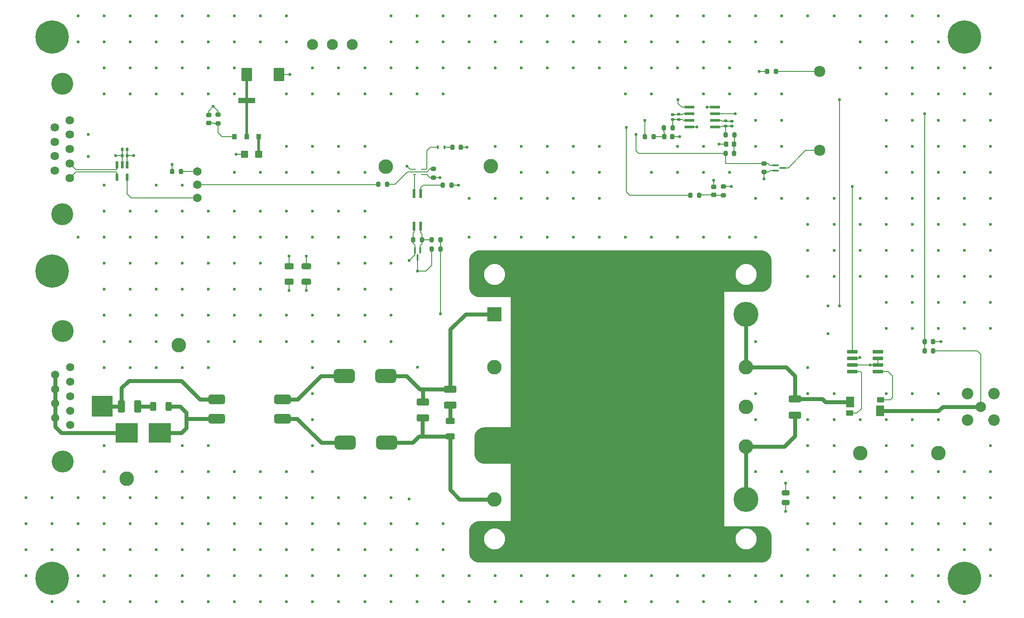
<source format=gbr>
%TF.GenerationSoftware,KiCad,Pcbnew,9.0.3*%
%TF.CreationDate,2025-09-16T13:25:34-04:00*%
%TF.ProjectId,CAEN_NEVIS_DAQ_3p3V,4341454e-5f4e-4455-9649-535f4441515f,rev?*%
%TF.SameCoordinates,Original*%
%TF.FileFunction,Copper,L1,Top*%
%TF.FilePolarity,Positive*%
%FSLAX46Y46*%
G04 Gerber Fmt 4.6, Leading zero omitted, Abs format (unit mm)*
G04 Created by KiCad (PCBNEW 9.0.3) date 2025-09-16 13:25:34*
%MOMM*%
%LPD*%
G01*
G04 APERTURE LIST*
G04 Aperture macros list*
%AMRoundRect*
0 Rectangle with rounded corners*
0 $1 Rounding radius*
0 $2 $3 $4 $5 $6 $7 $8 $9 X,Y pos of 4 corners*
0 Add a 4 corners polygon primitive as box body*
4,1,4,$2,$3,$4,$5,$6,$7,$8,$9,$2,$3,0*
0 Add four circle primitives for the rounded corners*
1,1,$1+$1,$2,$3*
1,1,$1+$1,$4,$5*
1,1,$1+$1,$6,$7*
1,1,$1+$1,$8,$9*
0 Add four rect primitives between the rounded corners*
20,1,$1+$1,$2,$3,$4,$5,0*
20,1,$1+$1,$4,$5,$6,$7,0*
20,1,$1+$1,$6,$7,$8,$9,0*
20,1,$1+$1,$8,$9,$2,$3,0*%
G04 Aperture macros list end*
%TA.AperFunction,SMDPad,CuDef*%
%ADD10R,0.444500X0.711200*%
%TD*%
%TA.AperFunction,SMDPad,CuDef*%
%ADD11RoundRect,0.250000X-0.925000X0.412500X-0.925000X-0.412500X0.925000X-0.412500X0.925000X0.412500X0*%
%TD*%
%TA.AperFunction,SMDPad,CuDef*%
%ADD12RoundRect,0.140000X0.140000X0.170000X-0.140000X0.170000X-0.140000X-0.170000X0.140000X-0.170000X0*%
%TD*%
%TA.AperFunction,SMDPad,CuDef*%
%ADD13RoundRect,0.225000X-0.250000X0.225000X-0.250000X-0.225000X0.250000X-0.225000X0.250000X0.225000X0*%
%TD*%
%TA.AperFunction,SMDPad,CuDef*%
%ADD14RoundRect,0.200000X0.200000X0.275000X-0.200000X0.275000X-0.200000X-0.275000X0.200000X-0.275000X0*%
%TD*%
%TA.AperFunction,SMDPad,CuDef*%
%ADD15RoundRect,0.140000X-0.170000X0.140000X-0.170000X-0.140000X0.170000X-0.140000X0.170000X0.140000X0*%
%TD*%
%TA.AperFunction,SMDPad,CuDef*%
%ADD16RoundRect,0.135000X-0.185000X0.135000X-0.185000X-0.135000X0.185000X-0.135000X0.185000X0.135000X0*%
%TD*%
%TA.AperFunction,SMDPad,CuDef*%
%ADD17RoundRect,0.250000X0.475000X-0.250000X0.475000X0.250000X-0.475000X0.250000X-0.475000X-0.250000X0*%
%TD*%
%TA.AperFunction,SMDPad,CuDef*%
%ADD18RoundRect,0.200000X-0.200000X-0.275000X0.200000X-0.275000X0.200000X0.275000X-0.200000X0.275000X0*%
%TD*%
%TA.AperFunction,SMDPad,CuDef*%
%ADD19RoundRect,0.200000X0.275000X-0.200000X0.275000X0.200000X-0.275000X0.200000X-0.275000X-0.200000X0*%
%TD*%
%TA.AperFunction,ComponentPad*%
%ADD20C,2.006600*%
%TD*%
%TA.AperFunction,ComponentPad*%
%ADD21C,2.209800*%
%TD*%
%TA.AperFunction,SMDPad,CuDef*%
%ADD22R,4.241800X3.810000*%
%TD*%
%TA.AperFunction,SMDPad,CuDef*%
%ADD23RoundRect,0.250000X-0.787500X-1.025000X0.787500X-1.025000X0.787500X1.025000X-0.787500X1.025000X0*%
%TD*%
%TA.AperFunction,ComponentPad*%
%ADD24C,6.400000*%
%TD*%
%TA.AperFunction,SMDPad,CuDef*%
%ADD25RoundRect,0.225000X-0.225000X-0.250000X0.225000X-0.250000X0.225000X0.250000X-0.225000X0.250000X0*%
%TD*%
%TA.AperFunction,ComponentPad*%
%ADD26C,2.100000*%
%TD*%
%TA.AperFunction,ComponentPad*%
%ADD27C,1.635000*%
%TD*%
%TA.AperFunction,ComponentPad*%
%ADD28C,4.216000*%
%TD*%
%TA.AperFunction,SMDPad,CuDef*%
%ADD29R,0.350800X1.161200*%
%TD*%
%TA.AperFunction,SMDPad,CuDef*%
%ADD30R,0.889000X1.016000*%
%TD*%
%TA.AperFunction,SMDPad,CuDef*%
%ADD31R,3.200000X1.000000*%
%TD*%
%TA.AperFunction,ComponentPad*%
%ADD32C,2.800000*%
%TD*%
%TA.AperFunction,SMDPad,CuDef*%
%ADD33RoundRect,0.250000X0.625000X-0.312500X0.625000X0.312500X-0.625000X0.312500X-0.625000X-0.312500X0*%
%TD*%
%TA.AperFunction,ComponentPad*%
%ADD34C,1.650000*%
%TD*%
%TA.AperFunction,SMDPad,CuDef*%
%ADD35R,0.558800X1.651000*%
%TD*%
%TA.AperFunction,ComponentPad*%
%ADD36C,2.159000*%
%TD*%
%TA.AperFunction,SMDPad,CuDef*%
%ADD37RoundRect,0.225000X0.225000X0.250000X-0.225000X0.250000X-0.225000X-0.250000X0.225000X-0.250000X0*%
%TD*%
%TA.AperFunction,SMDPad,CuDef*%
%ADD38RoundRect,0.250000X0.450000X0.425000X-0.450000X0.425000X-0.450000X-0.425000X0.450000X-0.425000X0*%
%TD*%
%TA.AperFunction,SMDPad,CuDef*%
%ADD39RoundRect,0.250000X-0.625000X0.312500X-0.625000X-0.312500X0.625000X-0.312500X0.625000X0.312500X0*%
%TD*%
%TA.AperFunction,ComponentPad*%
%ADD40C,1.560000*%
%TD*%
%TA.AperFunction,SMDPad,CuDef*%
%ADD41RoundRect,0.250000X0.412500X0.925000X-0.412500X0.925000X-0.412500X-0.925000X0.412500X-0.925000X0*%
%TD*%
%TA.AperFunction,SMDPad,CuDef*%
%ADD42RoundRect,0.200000X-0.275000X0.200000X-0.275000X-0.200000X0.275000X-0.200000X0.275000X0.200000X0*%
%TD*%
%TA.AperFunction,SMDPad,CuDef*%
%ADD43RoundRect,0.675000X-1.325000X0.675000X-1.325000X-0.675000X1.325000X-0.675000X1.325000X0.675000X0*%
%TD*%
%TA.AperFunction,SMDPad,CuDef*%
%ADD44R,1.161200X0.350800*%
%TD*%
%TA.AperFunction,SMDPad,CuDef*%
%ADD45R,0.558800X1.473200*%
%TD*%
%TA.AperFunction,SMDPad,CuDef*%
%ADD46RoundRect,0.075000X0.910000X0.225000X-0.910000X0.225000X-0.910000X-0.225000X0.910000X-0.225000X0*%
%TD*%
%TA.AperFunction,SMDPad,CuDef*%
%ADD47R,1.390000X1.140000*%
%TD*%
%TA.AperFunction,SMDPad,CuDef*%
%ADD48R,1.650000X2.010000*%
%TD*%
%TA.AperFunction,SMDPad,CuDef*%
%ADD49RoundRect,0.250000X-0.312500X-0.625000X0.312500X-0.625000X0.312500X0.625000X-0.312500X0.625000X0*%
%TD*%
%TA.AperFunction,SMDPad,CuDef*%
%ADD50RoundRect,0.475000X1.125000X-0.475000X1.125000X0.475000X-1.125000X0.475000X-1.125000X-0.475000X0*%
%TD*%
%TA.AperFunction,ComponentPad*%
%ADD51R,2.800000X2.800000*%
%TD*%
%TA.AperFunction,ComponentPad*%
%ADD52C,4.800000*%
%TD*%
%TA.AperFunction,SMDPad,CuDef*%
%ADD53R,0.533400X0.254000*%
%TD*%
%TA.AperFunction,SMDPad,CuDef*%
%ADD54RoundRect,0.250000X-0.650000X0.325000X-0.650000X-0.325000X0.650000X-0.325000X0.650000X0.325000X0*%
%TD*%
%TA.AperFunction,SMDPad,CuDef*%
%ADD55R,1.981200X0.558800*%
%TD*%
%TA.AperFunction,ViaPad*%
%ADD56C,0.600000*%
%TD*%
%TA.AperFunction,ViaPad*%
%ADD57C,1.000000*%
%TD*%
%TA.AperFunction,Conductor*%
%ADD58C,0.200000*%
%TD*%
%TA.AperFunction,Conductor*%
%ADD59C,0.800000*%
%TD*%
%TA.AperFunction,Conductor*%
%ADD60C,0.500000*%
%TD*%
G04 APERTURE END LIST*
D10*
%TO.P,LED1,1*%
%TO.N,Net-(M2B-2D)*%
X128986350Y-50235000D03*
%TO.P,LED1,2*%
%TO.N,Net-(LED1-Pad2)*%
X130243650Y-50235000D03*
%TD*%
D11*
%TO.P,C1,1*%
%TO.N,/Main_Converter/p12V*%
X131400000Y-96687500D03*
%TO.P,C1,2*%
%TO.N,Net-(C1-Pad2)*%
X131400000Y-99762500D03*
%TD*%
D12*
%TO.P,C23,1*%
%TO.N,/Telemetry_CKT/V_3p3*%
X69400000Y-51800000D03*
%TO.P,C23,2*%
%TO.N,/V_TELEM_RTN*%
X68440000Y-51800000D03*
%TD*%
D13*
%TO.P,C15,1*%
%TO.N,/V_TELEM_RTN*%
X181910000Y-57815000D03*
%TO.P,C15,2*%
%TO.N,Net-(C15-Pad2)*%
X181910000Y-59365000D03*
%TD*%
%TO.P,C16,1*%
%TO.N,/V_TELEM_RTN*%
X85045000Y-44013750D03*
%TO.P,C16,2*%
%TO.N,Net-(U2-SET)*%
X85045000Y-45563750D03*
%TD*%
D14*
%TO.P,R14,1*%
%TO.N,Net-(P1-Pad1)*%
X193835000Y-35650000D03*
%TO.P,R14,2*%
%TO.N,/V_TELEM*%
X192185000Y-35650000D03*
%TD*%
%TO.P,R12,1*%
%TO.N,Net-(C15-Pad2)*%
X179115000Y-59405000D03*
%TO.P,R12,2*%
%TO.N,/Curr_Mon*%
X177465000Y-59405000D03*
%TD*%
D15*
%TO.P,C18,1*%
%TO.N,Net-(U4A--INA)*%
X185380000Y-45180000D03*
%TO.P,C18,2*%
%TO.N,Net-(U4A-A_OUT)*%
X185380000Y-46140000D03*
%TD*%
D16*
%TO.P,R21,1*%
%TO.N,Net-(U4B--INB)*%
X175230000Y-43870000D03*
%TO.P,R21,2*%
%TO.N,Net-(U4B-B_OUT)*%
X175230000Y-44890000D03*
%TD*%
D17*
%TO.P,C11,1*%
%TO.N,GNDPWR*%
X195750000Y-118450000D03*
%TO.P,C11,2*%
%TO.N,/V_3p3_RTN*%
X195750000Y-116550000D03*
%TD*%
D18*
%TO.P,R16,1*%
%TO.N,Net-(U4A-A_OUT)*%
X184235000Y-47810000D03*
%TO.P,R16,2*%
%TO.N,Net-(C19-Pad2)*%
X185885000Y-47810000D03*
%TD*%
D19*
%TO.P,R20,1*%
%TO.N,/V_TELEM_RTN*%
X191550000Y-54985000D03*
%TO.P,R20,2*%
%TO.N,/Volt_Mon*%
X191550000Y-53335000D03*
%TD*%
D20*
%TO.P,J3,1,SIGNAL*%
%TO.N,/V_3p3_Supply*%
X233167999Y-100035000D03*
D21*
%TO.P,J3,2,GND*%
%TO.N,/V_3p3_RTN*%
X235707999Y-97495000D03*
%TO.P,J3,3,GND*%
X230627999Y-97495000D03*
%TO.P,J3,4,GND*%
X230627999Y-102575000D03*
%TO.P,J3,5,GND*%
X235707999Y-102575000D03*
%TD*%
D22*
%TO.P,F1,1*%
%TO.N,/V_SEC_IN*%
X69332300Y-105045000D03*
%TO.P,F1,2*%
%TO.N,Net-(F1-Pad2)*%
X75707700Y-105045000D03*
%TD*%
D23*
%TO.P,C14,1*%
%TO.N,/Telemetry_CKT/V_3p3*%
X92317500Y-36243750D03*
%TO.P,C14,2*%
%TO.N,/V_TELEM_RTN*%
X98542500Y-36243750D03*
%TD*%
D24*
%TO.P,H4,1,1*%
%TO.N,GNDPWR*%
X230000000Y-133000000D03*
%TD*%
D25*
%TO.P,C19,1*%
%TO.N,/V_TELEM_RTN*%
X184295000Y-49590000D03*
%TO.P,C19,2*%
%TO.N,Net-(C19-Pad2)*%
X185845000Y-49590000D03*
%TD*%
D26*
%TO.P,J1,1*%
%TO.N,/V_TELEM*%
X112570000Y-30510000D03*
%TO.P,J1,2*%
%TO.N,/V_TELEM_RTN*%
X108760000Y-30510000D03*
%TO.P,J1,3*%
%TO.N,/V_TELEM*%
X104950000Y-30510000D03*
%TD*%
D27*
%TO.P,J4,1*%
%TO.N,/EN+*%
X58400000Y-56090000D03*
%TO.P,J4,2*%
%TO.N,/EN-*%
X58400000Y-53320000D03*
%TO.P,J4,3*%
%TO.N,unconnected-(J4-Pad3)*%
X58400000Y-50550000D03*
%TO.P,J4,4*%
%TO.N,/V_TELEM_RTN*%
X58400000Y-47780000D03*
%TO.P,J4,5*%
%TO.N,/TEMP_Mon*%
X58400000Y-45010000D03*
%TO.P,J4,6*%
%TO.N,/V_TELEM_RTN*%
X55560000Y-54705000D03*
%TO.P,J4,7*%
%TO.N,/Volt_Mon*%
X55560000Y-51935000D03*
%TO.P,J4,8*%
%TO.N,/V_TELEM_RTN*%
X55560000Y-49165000D03*
%TO.P,J4,9*%
%TO.N,/Curr_Mon*%
X55560000Y-46395000D03*
D28*
%TO.P,J4,S1*%
%TO.N,GNDPWR*%
X56980000Y-38050000D03*
%TO.P,J4,S2*%
X56980000Y-63050000D03*
%TD*%
D12*
%TO.P,C22,1*%
%TO.N,/Telemetry_CKT/V_3p3*%
X69410000Y-50660000D03*
%TO.P,C22,2*%
%TO.N,/V_TELEM_RTN*%
X68450000Y-50660000D03*
%TD*%
D24*
%TO.P,H3,1,1*%
%TO.N,GNDPWR*%
X230000000Y-29000000D03*
%TD*%
D29*
%TO.P,M1,1,1*%
%TO.N,Net-(M1-Pad1)*%
X125604999Y-70000000D03*
%TO.P,M1,2,2*%
%TO.N,/Main_Converter/p12V_rtn*%
X124605001Y-70000000D03*
%TO.P,M1,3,3*%
%TO.N,Net-(U1-ON{slash}OFF)*%
X125105000Y-71350000D03*
%TD*%
D30*
%TO.P,U2,1,SET*%
%TO.N,Net-(U2-SET)*%
X90008600Y-48196250D03*
%TO.P,U2,2,OUT*%
%TO.N,/Telemetry_CKT/V_3p3*%
X92320000Y-48196250D03*
%TO.P,U2,3,IN*%
%TO.N,/V_TELEM*%
X94631400Y-48196250D03*
D31*
%TO.P,U2,4,TAB*%
%TO.N,/Telemetry_CKT/V_3p3*%
X92320000Y-41203750D03*
%TD*%
D14*
%TO.P,R23,1*%
%TO.N,Net-(C21-Pad2)*%
X170395000Y-48180000D03*
%TO.P,R23,2*%
%TO.N,/TEMP_Mon*%
X168745000Y-48180000D03*
%TD*%
%TO.P,R25,1*%
%TO.N,Net-(J5-Pad3)*%
X79715000Y-54820000D03*
%TO.P,R25,2*%
%TO.N,/Telemetry_CKT/V_3p3*%
X78065000Y-54820000D03*
%TD*%
%TO.P,R17,1*%
%TO.N,Net-(C19-Pad2)*%
X185845000Y-51350000D03*
%TO.P,R17,2*%
%TO.N,/Volt_Mon*%
X184195000Y-51350000D03*
%TD*%
D32*
%TO.P,3.3V_RTN1,1,1*%
%TO.N,/V_3p3_RTN*%
X210000000Y-109000000D03*
%TD*%
D33*
%TO.P,R2,1*%
%TO.N,/Main_Converter/p12V_rtn*%
X131390000Y-105737500D03*
%TO.P,R2,2*%
%TO.N,Net-(C1-Pad2)*%
X131390000Y-102812500D03*
%TD*%
D24*
%TO.P,H1,1,1*%
%TO.N,GNDPWR*%
X55000000Y-29000000D03*
%TD*%
%TO.P,H2,1,1*%
%TO.N,GNDPWR*%
X55000000Y-133000000D03*
%TD*%
D34*
%TO.P,J5,1*%
%TO.N,Net-(U6-R)*%
X82850000Y-59910000D03*
%TO.P,J5,2*%
%TO.N,/EN_SIG*%
X82850000Y-57370000D03*
%TO.P,J5,3*%
%TO.N,Net-(J5-Pad3)*%
X82850000Y-54830000D03*
%TD*%
D35*
%TO.P,Q1,1,1*%
%TO.N,Net-(Q1-Pad1)*%
X125740000Y-59130800D03*
%TO.P,Q1,2,2*%
%TO.N,Net-(M2A-1D)*%
X124470000Y-59130800D03*
%TO.P,Q1,3,3*%
%TO.N,/Main_Converter/p12V_rtn*%
X124470000Y-65379200D03*
%TO.P,Q1,4,4*%
%TO.N,Net-(M1-Pad1)*%
X125740000Y-65379200D03*
%TD*%
D36*
%TO.P,P1,1,1*%
%TO.N,Net-(P1-Pad1)*%
X202250000Y-35660000D03*
%TD*%
D18*
%TO.P,R4,1*%
%TO.N,Net-(U1-ON{slash}OFF)*%
X127830000Y-69755000D03*
%TO.P,R4,2*%
%TO.N,/Main_Converter/p12V*%
X129480000Y-69755000D03*
%TD*%
D37*
%TO.P,C21,1*%
%TO.N,/V_TELEM_RTN*%
X173985000Y-48180000D03*
%TO.P,C21,2*%
%TO.N,Net-(C21-Pad2)*%
X172435000Y-48180000D03*
%TD*%
D38*
%TO.P,C13,1*%
%TO.N,/V_TELEM*%
X94625000Y-51528750D03*
%TO.P,C13,2*%
%TO.N,/V_TELEM_RTN*%
X91925000Y-51528750D03*
%TD*%
D39*
%TO.P,R26,1*%
%TO.N,/V_TELEM_RTN*%
X100500000Y-73075000D03*
%TO.P,R26,2*%
%TO.N,/V_SEC_RTN*%
X100500000Y-76000000D03*
%TD*%
D40*
%TO.P,J2,1*%
%TO.N,/V_SEC_RTN*%
X58480000Y-92490000D03*
%TO.P,J2,2*%
X58480000Y-95260000D03*
%TO.P,J2,3*%
%TO.N,unconnected-(J2-Pad3)*%
X58480000Y-98030000D03*
%TO.P,J2,4*%
%TO.N,/V_SEC_RTN*%
X58480000Y-100800000D03*
%TO.P,J2,5*%
X58480000Y-103570000D03*
%TO.P,J2,6*%
%TO.N,/V_SEC_IN*%
X55640000Y-93875000D03*
%TO.P,J2,7*%
X55640000Y-96645000D03*
%TO.P,J2,8*%
X55640000Y-99415000D03*
%TO.P,J2,9*%
X55640000Y-102185000D03*
D28*
%TO.P,J2,S1*%
%TO.N,GNDPWR*%
X57060000Y-85530000D03*
%TO.P,J2,S2*%
X57060000Y-110530000D03*
%TD*%
D32*
%TO.P,TELEM_PWR1,1,1*%
%TO.N,/V_TELEM*%
X139140000Y-53870000D03*
%TD*%
D15*
%TO.P,C20,1*%
%TO.N,Net-(U4B--INB)*%
X174050000Y-43900000D03*
%TO.P,C20,2*%
%TO.N,Net-(U4B-B_OUT)*%
X174050000Y-44860000D03*
%TD*%
D14*
%TO.P,R19,1*%
%TO.N,/V_TELEM_RTN*%
X224015000Y-87530000D03*
%TO.P,R19,2*%
%TO.N,Net-(U4A-+INA)*%
X222365000Y-87530000D03*
%TD*%
D36*
%TO.P,P2,1,1*%
%TO.N,Net-(M3-Pad3)*%
X202210000Y-50790000D03*
%TD*%
D41*
%TO.P,C5,1*%
%TO.N,Net-(C5-Pad1)*%
X71407500Y-99955000D03*
%TO.P,C5,2*%
%TO.N,/V_SEC_RTN*%
X68332500Y-99955000D03*
%TD*%
D14*
%TO.P,R7,1*%
%TO.N,Net-(M1-Pad1)*%
X125940000Y-67975000D03*
%TO.P,R7,2*%
%TO.N,/Main_Converter/p12V_rtn*%
X124290000Y-67975000D03*
%TD*%
D19*
%TO.P,R9,1*%
%TO.N,/V_TELEM_RTN*%
X128163000Y-56018000D03*
%TO.P,R9,2*%
%TO.N,Net-(M2A-1G)*%
X128163000Y-54368000D03*
%TD*%
D42*
%TO.P,R11,1*%
%TO.N,Net-(U3-OUT)*%
X183750000Y-57755000D03*
%TO.P,R11,2*%
%TO.N,Net-(C15-Pad2)*%
X183750000Y-59405000D03*
%TD*%
D43*
%TO.P,L1,1,1*%
%TO.N,Net-(L1-Pad1)*%
X111055000Y-94145000D03*
%TO.P,L1,2,2*%
%TO.N,/Main_Converter/p12V*%
X119055000Y-94145000D03*
%TD*%
D32*
%TO.P,3.3V1,1,1*%
%TO.N,/V_3p3_Supply*%
X225000000Y-109000000D03*
%TD*%
D14*
%TO.P,R22,1*%
%TO.N,Net-(U4B-B_OUT)*%
X174045000Y-46440000D03*
%TO.P,R22,2*%
%TO.N,Net-(C21-Pad2)*%
X172395000Y-46440000D03*
%TD*%
D43*
%TO.P,L3,1,1*%
%TO.N,Net-(L2-Pad2)*%
X111205000Y-106955000D03*
%TO.P,L3,2,2*%
%TO.N,/Main_Converter/p12V_rtn*%
X119205000Y-106955000D03*
%TD*%
D32*
%TO.P,Secondary_RTN1,1,1*%
%TO.N,/V_SEC_RTN*%
X79340000Y-88210000D03*
%TD*%
D44*
%TO.P,M3,1,1*%
%TO.N,/Volt_Mon*%
X193755000Y-53660001D03*
%TO.P,M3,2,2*%
%TO.N,/V_TELEM_RTN*%
X193755000Y-54659999D03*
%TO.P,M3,3,3*%
%TO.N,Net-(M3-Pad3)*%
X195105000Y-54160000D03*
%TD*%
D45*
%TO.P,U6,1,VCC*%
%TO.N,/Telemetry_CKT/V_3p3*%
X69395001Y-53556200D03*
%TO.P,U6,2,GND*%
%TO.N,/V_TELEM_RTN*%
X68445000Y-53556200D03*
%TO.P,U6,3,A*%
%TO.N,/EN-*%
X67494999Y-53556200D03*
%TO.P,U6,4,B*%
%TO.N,/EN+*%
X67494999Y-55943800D03*
%TO.P,U6,5,R*%
%TO.N,Net-(U6-R)*%
X69395001Y-55943800D03*
%TD*%
D46*
%TO.P,U3,1,-IN*%
%TO.N,Net-(U3--IN)*%
X213437500Y-93332500D03*
%TO.P,U3,2,GND*%
%TO.N,/V_TELEM_RTN*%
X213437500Y-92062500D03*
%TO.P,U3,3,REF2*%
X213437500Y-90792500D03*
%TO.P,U3,4,4*%
%TO.N,unconnected-(U3-Pad4)*%
X213437500Y-89522500D03*
%TO.P,U3,5,OUT*%
%TO.N,Net-(U3-OUT)*%
X208497500Y-89522500D03*
%TO.P,U3,6,V+*%
%TO.N,/Telemetry_CKT/V_3p3*%
X208497500Y-90792500D03*
%TO.P,U3,7,REF1*%
%TO.N,/V_TELEM_RTN*%
X208497500Y-92062500D03*
%TO.P,U3,8,+IN*%
%TO.N,Net-(U3-+IN)*%
X208497500Y-93332500D03*
%TD*%
D11*
%TO.P,C3,1*%
%TO.N,/V_3p3_*%
X197485000Y-98577500D03*
%TO.P,C3,2*%
%TO.N,/V_3p3_RTN*%
X197485000Y-101652500D03*
%TD*%
D14*
%TO.P,R5,1*%
%TO.N,/V_TELEM*%
X133430000Y-50235000D03*
%TO.P,R5,2*%
%TO.N,Net-(LED1-Pad2)*%
X131780000Y-50235000D03*
%TD*%
D32*
%TO.P,Secondary_PWR1,1,1*%
%TO.N,/V_SEC_IN*%
X69340000Y-113850000D03*
%TD*%
D47*
%TO.P,R10,E1*%
%TO.N,Net-(U3-+IN)*%
X207980000Y-101285000D03*
%TO.P,R10,E2*%
%TO.N,Net-(U3--IN)*%
X213950000Y-98745000D03*
D48*
%TO.P,R10,I1*%
%TO.N,/V_3p3_*%
X208110000Y-99180000D03*
%TO.P,R10,I2*%
%TO.N,/V_3p3_Supply*%
X213820000Y-100850000D03*
%TD*%
D32*
%TO.P,TELEM_RTN1,1,1*%
%TO.N,/V_TELEM_RTN*%
X119060000Y-53890000D03*
%TD*%
D18*
%TO.P,R8,1*%
%TO.N,/EN_SIG*%
X117585000Y-57330000D03*
%TO.P,R8,2*%
%TO.N,Net-(M2A-1G)*%
X119235000Y-57330000D03*
%TD*%
D49*
%TO.P,R1,1*%
%TO.N,Net-(C5-Pad1)*%
X74437500Y-99955000D03*
%TO.P,R1,2*%
%TO.N,Net-(F1-Pad2)*%
X77362500Y-99955000D03*
%TD*%
D11*
%TO.P,C2,1*%
%TO.N,/Main_Converter/p12V*%
X126110000Y-99120000D03*
%TO.P,C2,2*%
%TO.N,/Main_Converter/p12V_rtn*%
X126110000Y-102195000D03*
%TD*%
D14*
%TO.P,R3,1*%
%TO.N,/V_TELEM*%
X131620000Y-57505000D03*
%TO.P,R3,2*%
%TO.N,Net-(Q1-Pad1)*%
X129970000Y-57505000D03*
%TD*%
D50*
%TO.P,L2,1*%
%TO.N,Net-(L1-Pad1)*%
X99230000Y-98625000D03*
%TO.P,L2,2*%
%TO.N,Net-(L2-Pad2)*%
X99230000Y-102325000D03*
%TO.P,L2,3*%
%TO.N,Net-(F1-Pad2)*%
X86630000Y-102325000D03*
%TO.P,L2,4*%
%TO.N,/V_SEC_RTN*%
X86630000Y-98625000D03*
%TD*%
D51*
%TO.P,U1,1,+VIN*%
%TO.N,/Main_Converter/p12V*%
X139890000Y-82255000D03*
D32*
%TO.P,U1,2,ON/OFF*%
%TO.N,Net-(U1-ON{slash}OFF)*%
X139890000Y-92415000D03*
%TO.P,U1,3,CASE*%
%TO.N,GNDPWR*%
X139890000Y-107655000D03*
%TO.P,U1,4,-VIN*%
%TO.N,/Main_Converter/p12V_rtn*%
X139890000Y-117815000D03*
D52*
%TO.P,U1,5,-VO*%
%TO.N,/V_3p3_RTN*%
X188140000Y-117815000D03*
D32*
%TO.P,U1,6,-S*%
X188140000Y-107655000D03*
%TO.P,U1,7,TRIM*%
%TO.N,unconnected-(U1-TRIM-Pad7)*%
X188140000Y-100035000D03*
%TO.P,U1,8,+S*%
%TO.N,/V_3p3_*%
X188140000Y-92415000D03*
D52*
%TO.P,U1,9,+VO*%
X188140000Y-82255000D03*
%TD*%
D19*
%TO.P,R13,1*%
%TO.N,Net-(U2-SET)*%
X86805000Y-45613750D03*
%TO.P,R13,2*%
%TO.N,/V_TELEM_RTN*%
X86805000Y-43963750D03*
%TD*%
D53*
%TO.P,M2,1,1S*%
%TO.N,/V_TELEM_RTN*%
X126027000Y-55443000D03*
%TO.P,M2,2,1G*%
%TO.N,Net-(M2A-1G)*%
X126027000Y-54935000D03*
%TO.P,M2,3,2D*%
%TO.N,Net-(M2B-2D)*%
X126027000Y-54427000D03*
%TO.P,M2,4,2S*%
%TO.N,/V_TELEM_RTN*%
X124503000Y-54427000D03*
%TO.P,M2,5,2G*%
%TO.N,Net-(M2A-1G)*%
X124503000Y-54935000D03*
%TO.P,M2,6,1D*%
%TO.N,Net-(M2A-1D)*%
X124503000Y-55443000D03*
%TD*%
D24*
%TO.P,H5,1,1*%
%TO.N,GNDPWR*%
X55000000Y-74000000D03*
%TD*%
D54*
%TO.P,C24,1*%
%TO.N,/V_TELEM_RTN*%
X103820000Y-73082500D03*
%TO.P,C24,2*%
%TO.N,/V_SEC_RTN*%
X103820000Y-76032500D03*
%TD*%
D55*
%TO.P,U4,1,A_OUT*%
%TO.N,Net-(U4A-A_OUT)*%
X182183800Y-46285000D03*
%TO.P,U4,2,-INA*%
%TO.N,Net-(U4A--INA)*%
X182183800Y-45015000D03*
%TO.P,U4,3,+INA*%
%TO.N,Net-(U4A-+INA)*%
X182183800Y-43745000D03*
%TO.P,U4,4,VSS*%
%TO.N,/V_TELEM_RTN*%
X182183800Y-42475000D03*
%TO.P,U4,5,+INB*%
%TO.N,/Telemetry_CKT/TEMP*%
X177256200Y-42475000D03*
%TO.P,U4,6,-INB*%
%TO.N,Net-(U4B--INB)*%
X177256200Y-43745000D03*
%TO.P,U4,7,B_OUT*%
%TO.N,Net-(U4B-B_OUT)*%
X177256200Y-45015000D03*
%TO.P,U4,8,VCC*%
%TO.N,/Telemetry_CKT/V_3p3*%
X177256200Y-46285000D03*
%TD*%
D14*
%TO.P,R6,1*%
%TO.N,/Main_Converter/p12V*%
X129490000Y-67985000D03*
%TO.P,R6,2*%
%TO.N,Net-(M1-Pad1)*%
X127840000Y-67985000D03*
%TD*%
%TO.P,R18,1*%
%TO.N,/V_3p3_Supply*%
X224015000Y-89310000D03*
%TO.P,R18,2*%
%TO.N,Net-(U4A-+INA)*%
X222365000Y-89310000D03*
%TD*%
D16*
%TO.P,R15,1*%
%TO.N,Net-(U4A--INA)*%
X184240000Y-45150000D03*
%TO.P,R15,2*%
%TO.N,Net-(U4A-A_OUT)*%
X184240000Y-46170000D03*
%TD*%
D56*
%TO.N,/V_3p3_RTN*%
X195740000Y-114710000D03*
%TO.N,/V_SEC_RTN*%
X140000000Y-67500000D03*
X180000000Y-132500000D03*
X125000000Y-137500000D03*
X90000000Y-132500000D03*
X63640000Y-98915000D03*
X105000000Y-117500000D03*
X210000000Y-137500000D03*
X225000000Y-127500000D03*
X150000000Y-137500000D03*
X235000000Y-132500000D03*
X120000000Y-67500000D03*
X145000000Y-132500000D03*
X64640000Y-99915000D03*
X60000000Y-122500000D03*
X225000000Y-132500000D03*
X65000000Y-112500000D03*
X215000000Y-97500000D03*
X130000000Y-132500000D03*
X185000000Y-67500000D03*
X205000000Y-122500000D03*
X205000000Y-107500000D03*
X165000000Y-67500000D03*
X70000000Y-87500000D03*
X105000000Y-102500000D03*
X100000000Y-122500000D03*
X215000000Y-107500000D03*
X235000000Y-107500000D03*
X200000000Y-112500000D03*
X75000000Y-92500000D03*
X65640000Y-99915000D03*
X205000000Y-127500000D03*
X150000000Y-67500000D03*
X95000000Y-112500000D03*
X105000000Y-97500000D03*
X50000000Y-132500000D03*
X115000000Y-77500000D03*
X215000000Y-102500000D03*
X145000000Y-67500000D03*
X200000000Y-122500000D03*
X175000000Y-137500000D03*
X235000000Y-122500000D03*
X110000000Y-82500000D03*
X65000000Y-137500000D03*
X75000000Y-127500000D03*
X65000000Y-87500000D03*
X80000000Y-112500000D03*
X65000000Y-117500000D03*
X110000000Y-87500000D03*
X85000000Y-107500000D03*
X200000000Y-92500000D03*
X90000000Y-122500000D03*
X205000000Y-97500000D03*
X230000000Y-127500000D03*
X75000000Y-117500000D03*
X70000000Y-117500000D03*
X55000000Y-137500000D03*
X105000000Y-122500000D03*
X225000000Y-102500000D03*
X64640000Y-98915000D03*
X95000000Y-87500000D03*
X80000000Y-82500000D03*
X220000000Y-97500000D03*
X70000000Y-77500000D03*
X155000000Y-132500000D03*
X170000000Y-137500000D03*
X135000000Y-67500000D03*
X215000000Y-127500000D03*
X75000000Y-122500000D03*
X70000000Y-82500000D03*
X215000000Y-117500000D03*
X130000000Y-122500000D03*
X110000000Y-127500000D03*
X50000000Y-122500000D03*
X120000000Y-77500000D03*
X115000000Y-117500000D03*
X215000000Y-137500000D03*
X105000000Y-82500000D03*
X220000000Y-102500000D03*
X125000000Y-127500000D03*
X190000000Y-97500000D03*
X225000000Y-117500000D03*
X120000000Y-137500000D03*
X155000000Y-137500000D03*
X80000000Y-137500000D03*
X65000000Y-132500000D03*
X140000000Y-137500000D03*
X60000000Y-117500000D03*
X185000000Y-132500000D03*
X55000000Y-122500000D03*
X100000000Y-87500000D03*
X90000000Y-112500000D03*
X115000000Y-127500000D03*
X85000000Y-122500000D03*
X115000000Y-87500000D03*
X210000000Y-127500000D03*
X200000000Y-137500000D03*
X85000000Y-132500000D03*
X60000000Y-132500000D03*
X175000000Y-67500000D03*
X55000000Y-127500000D03*
X220000000Y-107500000D03*
X170000000Y-67500000D03*
X75000000Y-87500000D03*
X105000000Y-132500000D03*
X130000000Y-127500000D03*
X215000000Y-122500000D03*
X75000000Y-112500000D03*
X90000000Y-117500000D03*
X195000000Y-112500000D03*
X215000000Y-132500000D03*
X115000000Y-137500000D03*
X85000000Y-92500000D03*
X85000000Y-112500000D03*
X140000000Y-132500000D03*
X70000000Y-127500000D03*
X120000000Y-122500000D03*
X70000000Y-137500000D03*
X95000000Y-137500000D03*
X110000000Y-122500000D03*
X205000000Y-132500000D03*
X150000000Y-132500000D03*
X65640000Y-100915000D03*
X100000000Y-82500000D03*
X130000000Y-137500000D03*
X50000000Y-117500000D03*
X90000000Y-82500000D03*
X205000000Y-112500000D03*
X110000000Y-132500000D03*
X200000000Y-117500000D03*
X190000000Y-132500000D03*
X235000000Y-127500000D03*
X205000000Y-117500000D03*
X200000000Y-102500000D03*
X65000000Y-122500000D03*
X110000000Y-77500000D03*
X80000000Y-77500000D03*
X125000000Y-132500000D03*
X85000000Y-87500000D03*
X85000000Y-117500000D03*
X80000000Y-92500000D03*
X80000000Y-122500000D03*
X220000000Y-137500000D03*
X115000000Y-82500000D03*
X220000000Y-132500000D03*
X195000000Y-137500000D03*
X225000000Y-112500000D03*
X235000000Y-117500000D03*
X160000000Y-67500000D03*
X105000000Y-127500000D03*
X80000000Y-117500000D03*
X225000000Y-137500000D03*
X75000000Y-82500000D03*
X135000000Y-132500000D03*
X100510000Y-77730000D03*
X85000000Y-127500000D03*
X105000000Y-92500000D03*
X70000000Y-122500000D03*
X95000000Y-132500000D03*
X85000000Y-82500000D03*
X63640000Y-100915000D03*
X75000000Y-132500000D03*
X80000000Y-132500000D03*
X190000000Y-137500000D03*
X120000000Y-132500000D03*
X155000000Y-67500000D03*
X200000000Y-127500000D03*
X120000000Y-87500000D03*
X75000000Y-77500000D03*
X90000000Y-77500000D03*
X100000000Y-117500000D03*
X95000000Y-77500000D03*
X85000000Y-77500000D03*
X100000000Y-137500000D03*
X103820000Y-77760000D03*
X90000000Y-137500000D03*
X230000000Y-112500000D03*
X65000000Y-107500000D03*
X95000000Y-82500000D03*
X210000000Y-132500000D03*
X200000000Y-132500000D03*
X125000000Y-122500000D03*
X110000000Y-137500000D03*
X175000000Y-132500000D03*
X95000000Y-127500000D03*
X210000000Y-112500000D03*
X65000000Y-92500000D03*
X90000000Y-127500000D03*
X190000000Y-102500000D03*
X220000000Y-127500000D03*
X180000000Y-137500000D03*
X50000000Y-127500000D03*
X70000000Y-132500000D03*
X190000000Y-112500000D03*
X120000000Y-72500000D03*
X145000000Y-137500000D03*
X225000000Y-122500000D03*
X190000000Y-87500000D03*
X65000000Y-127500000D03*
X230000000Y-122500000D03*
X95000000Y-122500000D03*
X120000000Y-117500000D03*
X110000000Y-117500000D03*
X210000000Y-102500000D03*
X220000000Y-112500000D03*
X190000000Y-67500000D03*
X120000000Y-82500000D03*
X105000000Y-87500000D03*
X64640000Y-100915000D03*
X220000000Y-122500000D03*
X220000000Y-117500000D03*
X120000000Y-127500000D03*
X80000000Y-107500000D03*
X185000000Y-137500000D03*
X105000000Y-107500000D03*
X205000000Y-102500000D03*
X170000000Y-132500000D03*
X235000000Y-112500000D03*
X55000000Y-117500000D03*
X215000000Y-112500000D03*
X70000000Y-92500000D03*
X205000000Y-137500000D03*
X115000000Y-132500000D03*
X165000000Y-137500000D03*
X63640000Y-99915000D03*
X180000000Y-67500000D03*
X65000000Y-77500000D03*
X160000000Y-137500000D03*
X230000000Y-117500000D03*
X100000000Y-127500000D03*
X115000000Y-122500000D03*
X105000000Y-112500000D03*
X75000000Y-137500000D03*
X65640000Y-98915000D03*
X200000000Y-107500000D03*
X225000000Y-97500000D03*
X95000000Y-117500000D03*
X100000000Y-132500000D03*
X165000000Y-132500000D03*
X230000000Y-137500000D03*
X160000000Y-132500000D03*
X60000000Y-137500000D03*
X210000000Y-122500000D03*
X65000000Y-82500000D03*
X60000000Y-127500000D03*
X100000000Y-112500000D03*
X135000000Y-137500000D03*
X90000000Y-87500000D03*
X105000000Y-137500000D03*
X210000000Y-117500000D03*
X200000000Y-97500000D03*
X85000000Y-137500000D03*
X195000000Y-132500000D03*
X80000000Y-127500000D03*
D57*
%TO.N,GNDPWR*%
X155600000Y-105000000D03*
X155600000Y-90000000D03*
X175600000Y-115000000D03*
X165600000Y-100000000D03*
X165600000Y-125000000D03*
X160600000Y-90000000D03*
X155600000Y-85000000D03*
X155600000Y-95000000D03*
X155600000Y-100000000D03*
X145600000Y-110000000D03*
X165600000Y-110000000D03*
X145600000Y-125000000D03*
X155600000Y-120000000D03*
X145600000Y-85000000D03*
X165600000Y-95000000D03*
X150600000Y-95000000D03*
X170600000Y-105000000D03*
X150600000Y-125000000D03*
X145600000Y-75000000D03*
X160600000Y-80000000D03*
X175600000Y-125000000D03*
X180600000Y-85000000D03*
X165600000Y-120000000D03*
X160600000Y-110000000D03*
X170600000Y-95000000D03*
X155600000Y-110000000D03*
X165600000Y-90000000D03*
X160600000Y-125000000D03*
X165600000Y-105000000D03*
X180600000Y-80000000D03*
X165600000Y-85000000D03*
X150600000Y-120000000D03*
X150600000Y-105000000D03*
X160600000Y-85000000D03*
X155600000Y-115000000D03*
D56*
X195740000Y-120100000D03*
D57*
X145600000Y-80000000D03*
X170600000Y-115000000D03*
X170600000Y-120000000D03*
X160600000Y-120000000D03*
X145600000Y-100000000D03*
X155600000Y-125000000D03*
X165600000Y-115000000D03*
X175600000Y-85000000D03*
X145600000Y-105000000D03*
X160600000Y-115000000D03*
X145600000Y-90000000D03*
X180600000Y-95000000D03*
X175600000Y-120000000D03*
X180600000Y-105000000D03*
X180600000Y-120000000D03*
X180600000Y-125000000D03*
X150600000Y-85000000D03*
X150600000Y-90000000D03*
X180600000Y-100000000D03*
X170600000Y-100000000D03*
X175600000Y-80000000D03*
X175600000Y-105000000D03*
X145600000Y-120000000D03*
X170600000Y-85000000D03*
X150600000Y-115000000D03*
X170600000Y-110000000D03*
X165600000Y-75000000D03*
X175600000Y-75000000D03*
X175600000Y-90000000D03*
X175600000Y-100000000D03*
X175600000Y-95000000D03*
X180600000Y-90000000D03*
X180600000Y-115000000D03*
X165600000Y-80000000D03*
X170600000Y-80000000D03*
X175600000Y-110000000D03*
X150600000Y-75000000D03*
X170600000Y-75000000D03*
X155600000Y-75000000D03*
X160600000Y-105000000D03*
X180600000Y-75000000D03*
X150600000Y-80000000D03*
X145600000Y-115000000D03*
X160600000Y-100000000D03*
X170600000Y-90000000D03*
X145600000Y-95000000D03*
X155600000Y-80000000D03*
X180600000Y-110000000D03*
X160600000Y-95000000D03*
X160600000Y-75000000D03*
X170600000Y-125000000D03*
X150600000Y-100000000D03*
X150600000Y-110000000D03*
D56*
%TO.N,/Telemetry_CKT/V_3p3*%
X178720000Y-46280000D03*
X78060000Y-53520000D03*
X209942500Y-90557500D03*
X92320000Y-39413750D03*
X70660000Y-51810000D03*
%TO.N,/V_TELEM_RTN*%
X90000000Y-30000000D03*
X65000000Y-62500000D03*
X115000000Y-50000000D03*
X225000000Y-30000000D03*
X230000000Y-35000000D03*
X190000000Y-40000000D03*
X225490000Y-87530000D03*
X75000000Y-25000000D03*
X195000000Y-50000000D03*
X160000000Y-50000000D03*
X80000000Y-35000000D03*
X90000000Y-67500000D03*
X135000000Y-35000000D03*
X70000000Y-35000000D03*
X225000000Y-40000000D03*
X170000000Y-35000000D03*
X135000000Y-25000000D03*
X210000000Y-70000000D03*
X195000000Y-40000000D03*
X70000000Y-30000000D03*
X80000000Y-62500000D03*
X200000000Y-25000000D03*
X129445000Y-56015000D03*
X110000000Y-72500000D03*
X100000000Y-30000000D03*
X220000000Y-55000000D03*
X185000000Y-40000000D03*
X80000000Y-72500000D03*
X100000000Y-25000000D03*
X230000000Y-45000000D03*
X150000000Y-30000000D03*
X190000000Y-60000000D03*
X235000000Y-45000000D03*
X180680000Y-42480000D03*
X210000000Y-25000000D03*
X215000000Y-35000000D03*
X220000000Y-65000000D03*
X220000000Y-40000000D03*
X180000000Y-30000000D03*
X150000000Y-25000000D03*
X65000000Y-35000000D03*
X230000000Y-65000000D03*
X215000000Y-45000000D03*
X85925000Y-42348750D03*
X120000000Y-40000000D03*
X195000000Y-60000000D03*
X95000000Y-55000000D03*
X205000000Y-70000000D03*
X100000000Y-67500000D03*
X220000000Y-60000000D03*
X120000000Y-35000000D03*
X215000000Y-80000000D03*
X103800000Y-71110000D03*
X155000000Y-30000000D03*
X170000000Y-40000000D03*
X85000000Y-25000000D03*
X75000000Y-67500000D03*
X203895000Y-86000000D03*
X65000000Y-30000000D03*
X160000000Y-35000000D03*
X75000000Y-57500000D03*
X230000000Y-55000000D03*
X145000000Y-35000000D03*
X215000000Y-40000000D03*
X220000000Y-80000000D03*
X100000000Y-40000000D03*
X210000000Y-60000000D03*
X215000000Y-30000000D03*
X150000000Y-50000000D03*
X225000000Y-60000000D03*
X130000000Y-40000000D03*
X235000000Y-75000000D03*
X215000000Y-70000000D03*
X65000000Y-57500000D03*
X190000000Y-30000000D03*
X215000000Y-75000000D03*
X220000000Y-30000000D03*
X70000000Y-62500000D03*
X85000000Y-35000000D03*
X110000000Y-40000000D03*
X235000000Y-65000000D03*
X80000000Y-40000000D03*
X180000000Y-40000000D03*
X220000000Y-45000000D03*
X110000000Y-67500000D03*
X215000000Y-55000000D03*
X210000000Y-75000000D03*
X115000000Y-40000000D03*
X90000000Y-25000000D03*
X175000000Y-30000000D03*
X220000000Y-25000000D03*
X140000000Y-60000000D03*
X235000000Y-80000000D03*
X155000000Y-55000000D03*
X175000000Y-50000000D03*
X90000000Y-72500000D03*
X125000000Y-40000000D03*
X230000000Y-50000000D03*
X105000000Y-67500000D03*
X75000000Y-35000000D03*
X140000000Y-50000000D03*
X150000000Y-35000000D03*
X211992500Y-92067500D03*
X165000000Y-30000000D03*
X125000000Y-25000000D03*
X90000000Y-62500000D03*
X60000000Y-67500000D03*
X105000000Y-35000000D03*
X130000000Y-30000000D03*
X191550000Y-56280000D03*
X150000000Y-55000000D03*
X220000000Y-35000000D03*
X225000000Y-75000000D03*
X160000000Y-30000000D03*
X130000000Y-25000000D03*
X140000000Y-25000000D03*
X95000000Y-67500000D03*
X80000000Y-57500000D03*
X190000000Y-45000000D03*
X140000000Y-35000000D03*
X225000000Y-50000000D03*
X235000000Y-35000000D03*
X220000000Y-50000000D03*
X115000000Y-67500000D03*
X235000000Y-70000000D03*
X175000000Y-35000000D03*
X125000000Y-35000000D03*
X85000000Y-62500000D03*
X230000000Y-40000000D03*
X155000000Y-60000000D03*
X235000000Y-40000000D03*
X145000000Y-50000000D03*
X165000000Y-25000000D03*
X75000000Y-62500000D03*
X230000000Y-60000000D03*
X100510000Y-71110000D03*
X175370000Y-48180000D03*
X195000000Y-30000000D03*
X225000000Y-25000000D03*
X200000000Y-75000000D03*
X220000000Y-75000000D03*
X140000000Y-30000000D03*
X70000000Y-40000000D03*
X225000000Y-45000000D03*
X115000000Y-62500000D03*
X230000000Y-70000000D03*
X85000000Y-40000000D03*
X160000000Y-55000000D03*
X70000000Y-67500000D03*
X210000000Y-35000000D03*
X182970000Y-49590000D03*
X160000000Y-25000000D03*
X181920000Y-56560000D03*
X200000000Y-70000000D03*
X100000000Y-62500000D03*
X170000000Y-25000000D03*
X215000000Y-50000000D03*
X145000000Y-25000000D03*
X135000000Y-60000000D03*
X100000000Y-50000000D03*
X65000000Y-67500000D03*
X195000000Y-25000000D03*
X155000000Y-25000000D03*
X80000000Y-25000000D03*
X235000000Y-60000000D03*
X190000000Y-25000000D03*
X210000000Y-65000000D03*
X90000000Y-35000000D03*
X235000000Y-55000000D03*
X215000000Y-65000000D03*
X180000000Y-35000000D03*
X100620000Y-36243750D03*
X225000000Y-85000000D03*
X180000000Y-50000000D03*
X125000000Y-30000000D03*
X215000000Y-85000000D03*
X65000000Y-72500000D03*
X75000000Y-30000000D03*
X200000000Y-65000000D03*
X110000000Y-55000000D03*
X155000000Y-35000000D03*
X80000000Y-67500000D03*
X90000000Y-40000000D03*
X170000000Y-30000000D03*
X105000000Y-62500000D03*
X215000000Y-60000000D03*
X70000000Y-72500000D03*
X165000000Y-35000000D03*
X205000000Y-25000000D03*
X90290000Y-51528750D03*
X100000000Y-55000000D03*
X205000000Y-60000000D03*
X145000000Y-60000000D03*
X95000000Y-62500000D03*
X85000000Y-67500000D03*
X135000000Y-30000000D03*
X95000000Y-30000000D03*
X235000000Y-50000000D03*
X90000000Y-55000000D03*
X185000000Y-25000000D03*
X115000000Y-55000000D03*
X230000000Y-80000000D03*
X195000000Y-45000000D03*
X65000000Y-25000000D03*
X105000000Y-40000000D03*
X95000000Y-72500000D03*
X75000000Y-40000000D03*
X215000000Y-25000000D03*
X60000000Y-25000000D03*
X185000000Y-30000000D03*
X95000000Y-25000000D03*
X225000000Y-55000000D03*
X200000000Y-60000000D03*
X170000000Y-55000000D03*
X80000000Y-30000000D03*
X225000000Y-65000000D03*
X105000000Y-55000000D03*
X205000000Y-75000000D03*
X145000000Y-55000000D03*
X130000000Y-35000000D03*
X205000000Y-65000000D03*
X120000000Y-30000000D03*
X67240000Y-51790000D03*
X185000000Y-55000000D03*
X115000000Y-35000000D03*
X225000000Y-35000000D03*
X230000000Y-85000000D03*
X110000000Y-62500000D03*
X110000000Y-35000000D03*
X160000000Y-60000000D03*
X65000000Y-40000000D03*
X75000000Y-72500000D03*
X110000000Y-50000000D03*
X190000000Y-50000000D03*
X85000000Y-72500000D03*
X85000000Y-30000000D03*
X220000000Y-85000000D03*
X180000000Y-25000000D03*
X123085000Y-53875000D03*
X120000000Y-25000000D03*
X225000000Y-70000000D03*
X185000000Y-35000000D03*
X150000000Y-60000000D03*
X225000000Y-80000000D03*
X210000000Y-30000000D03*
X165000000Y-40000000D03*
X220000000Y-70000000D03*
X70000000Y-25000000D03*
X180000000Y-55000000D03*
X175000000Y-55000000D03*
X175000000Y-25000000D03*
X115000000Y-72500000D03*
X105000000Y-50000000D03*
X230000000Y-75000000D03*
X155000000Y-50000000D03*
X145000000Y-30000000D03*
X235000000Y-85000000D03*
X60000000Y-30000000D03*
%TO.N,/V_TELEM*%
X132995000Y-57515000D03*
X203895000Y-80705000D03*
X190660000Y-35650000D03*
X94625000Y-49768750D03*
X134635000Y-50235000D03*
%TO.N,/Volt_Mon*%
X167060000Y-47780000D03*
X61950000Y-51940000D03*
X61950000Y-47780000D03*
%TO.N,/TEMP_Mon*%
X168740000Y-45010000D03*
%TO.N,/Curr_Mon*%
X165180000Y-46395000D03*
%TO.N,Net-(U1-ON{slash}OFF)*%
X125115000Y-73965000D03*
X125115000Y-92445000D03*
%TO.N,/Main_Converter/p12V*%
X129510000Y-82250000D03*
%TO.N,Net-(U3-OUT)*%
X208500000Y-57730000D03*
X185330000Y-57730000D03*
%TO.N,Net-(U4A-+INA)*%
X186060000Y-43740000D03*
X222360000Y-43780000D03*
%TO.N,/Telemetry_CKT/TEMP*%
X206016577Y-80710531D03*
X206020000Y-41070000D03*
X175110000Y-41070000D03*
%TO.N,/Main_Converter/p12V_rtn*%
X123515000Y-117775000D03*
X123515000Y-71945000D03*
%TD*%
D58*
%TO.N,Net-(C1-Pad2)*%
X131390000Y-99772500D02*
X131400000Y-99762500D01*
D59*
X131390000Y-102812500D02*
X131390000Y-99772500D01*
%TO.N,/V_3p3_*%
X188140000Y-92415000D02*
X195795000Y-92415000D01*
X188140000Y-92415000D02*
X188140000Y-82255000D01*
X197485000Y-94105000D02*
X197485000Y-98577500D01*
X202747500Y-98577500D02*
X203350000Y-99180000D01*
X203350000Y-99180000D02*
X208110000Y-99180000D01*
X197485000Y-98577500D02*
X202747500Y-98577500D01*
X195795000Y-92415000D02*
X197485000Y-94105000D01*
D58*
%TO.N,/V_3p3_RTN*%
X195750000Y-114720000D02*
X195740000Y-114710000D01*
D59*
X197485000Y-105635000D02*
X197485000Y-101652500D01*
X195465000Y-107655000D02*
X197485000Y-105635000D01*
X188140000Y-107655000D02*
X188140000Y-117815000D01*
X188140000Y-107655000D02*
X195465000Y-107655000D01*
D58*
X195750000Y-116550000D02*
X195750000Y-114720000D01*
D59*
%TO.N,Net-(C5-Pad1)*%
X74437500Y-99955000D02*
X71407500Y-99955000D01*
%TO.N,/V_SEC_RTN*%
X64680000Y-99955000D02*
X64640000Y-99915000D01*
X86630000Y-98625000D02*
X83360000Y-98625000D01*
X68332500Y-96452500D02*
X68332500Y-99955000D01*
D58*
X103820000Y-76032500D02*
X103820000Y-77760000D01*
D59*
X83360000Y-98625000D02*
X79780000Y-95045000D01*
X68332500Y-99955000D02*
X64680000Y-99955000D01*
X79780000Y-95045000D02*
X69740000Y-95045000D01*
D58*
X100500000Y-77720000D02*
X100510000Y-77730000D01*
X100500000Y-76000000D02*
X100500000Y-77720000D01*
D59*
X69740000Y-95045000D02*
X68332500Y-96452500D01*
D58*
%TO.N,GNDPWR*%
X195750000Y-120090000D02*
X195740000Y-120100000D01*
X195750000Y-118450000D02*
X195750000Y-120090000D01*
%TO.N,/Telemetry_CKT/V_3p3*%
X78065000Y-54820000D02*
X78065000Y-53525000D01*
X70650000Y-51800000D02*
X70660000Y-51810000D01*
X69400000Y-51800000D02*
X70650000Y-51800000D01*
X208497500Y-90792500D02*
X209707500Y-90792500D01*
X69395001Y-50674999D02*
X69410000Y-50660000D01*
X69395001Y-51810000D02*
X69395001Y-50674999D01*
D60*
X92320000Y-36246250D02*
X92317500Y-36243750D01*
D58*
X78065000Y-53525000D02*
X78060000Y-53520000D01*
X209707500Y-90792500D02*
X209942500Y-90557500D01*
D60*
X92320000Y-39413750D02*
X92320000Y-36246250D01*
D58*
X177256200Y-46285000D02*
X178715000Y-46285000D01*
D60*
X92320000Y-41203750D02*
X92320000Y-39413750D01*
D58*
X178715000Y-46285000D02*
X178720000Y-46280000D01*
X69395001Y-53556200D02*
X69395001Y-51810000D01*
D60*
X92320000Y-48196250D02*
X92320000Y-41203750D01*
D58*
%TO.N,/V_TELEM_RTN*%
X68445000Y-51780000D02*
X68445000Y-50665000D01*
X86805000Y-43228750D02*
X85925000Y-42348750D01*
X126027000Y-55443000D02*
X126903000Y-55443000D01*
X100500000Y-73075000D02*
X100500000Y-71120000D01*
X191550000Y-54985000D02*
X191550000Y-56280000D01*
X100500000Y-71120000D02*
X100510000Y-71110000D01*
X85045000Y-44013750D02*
X85045000Y-43228750D01*
X182183800Y-42475000D02*
X180685000Y-42475000D01*
X184295000Y-49590000D02*
X182970000Y-49590000D01*
X103820000Y-73082500D02*
X103820000Y-71130000D01*
X213437500Y-90792500D02*
X213437500Y-92062500D01*
X68445000Y-50665000D02*
X68450000Y-50660000D01*
X68445000Y-53556200D02*
X68445000Y-51780000D01*
X85045000Y-43228750D02*
X85925000Y-42348750D01*
X211992500Y-92067500D02*
X211997500Y-92062500D01*
X191550000Y-54985000D02*
X192405000Y-54985000D01*
X180685000Y-42475000D02*
X180680000Y-42480000D01*
X224015000Y-87530000D02*
X225490000Y-87530000D01*
X98542500Y-36243750D02*
X100620000Y-36243750D01*
X103820000Y-71130000D02*
X103800000Y-71110000D01*
X126903000Y-55443000D02*
X127478000Y-56018000D01*
X173985000Y-48180000D02*
X175370000Y-48180000D01*
X181910000Y-57815000D02*
X181910000Y-56570000D01*
X86805000Y-43963750D02*
X86805000Y-43228750D01*
X208497500Y-92062500D02*
X208502500Y-92067500D01*
X181910000Y-56570000D02*
X181920000Y-56560000D01*
X128163000Y-56018000D02*
X129442000Y-56018000D01*
X213437500Y-92062500D02*
X211992500Y-92067500D01*
X67250000Y-51800000D02*
X67240000Y-51790000D01*
X192405000Y-54985000D02*
X192730001Y-54659999D01*
X91925000Y-51528750D02*
X90290000Y-51528750D01*
X123637000Y-54427000D02*
X123085000Y-53875000D01*
X127478000Y-56018000D02*
X128163000Y-56018000D01*
X129442000Y-56018000D02*
X129445000Y-56015000D01*
X208502500Y-92067500D02*
X211992500Y-92067500D01*
X68440000Y-51800000D02*
X67250000Y-51800000D01*
X124503000Y-54427000D02*
X123637000Y-54427000D01*
X192730001Y-54659999D02*
X193755000Y-54659999D01*
D60*
%TO.N,/V_TELEM*%
X94625000Y-51528750D02*
X94625000Y-49768750D01*
D58*
X133430000Y-50235000D02*
X134635000Y-50235000D01*
D60*
X94625000Y-49768750D02*
X94625000Y-48202650D01*
D58*
X192185000Y-35650000D02*
X190660000Y-35650000D01*
X134635000Y-50235000D02*
X134640000Y-50235000D01*
X131620000Y-57505000D02*
X132985000Y-57505000D01*
X94625000Y-48202650D02*
X94631400Y-48196250D01*
X132985000Y-57505000D02*
X132995000Y-57515000D01*
%TO.N,Net-(C15-Pad2)*%
X179155000Y-59365000D02*
X179115000Y-59405000D01*
X181950000Y-59405000D02*
X181910000Y-59365000D01*
X181910000Y-59365000D02*
X179155000Y-59365000D01*
X183750000Y-59405000D02*
X181950000Y-59405000D01*
%TO.N,Net-(U2-SET)*%
X87612500Y-48196250D02*
X86805000Y-47388750D01*
X90008600Y-48196250D02*
X87612500Y-48196250D01*
X86805000Y-45613750D02*
X85930000Y-45613750D01*
X85880000Y-45563750D02*
X85045000Y-45563750D01*
X85930000Y-45613750D02*
X85880000Y-45563750D01*
X86805000Y-47388750D02*
X86805000Y-45613750D01*
%TO.N,Net-(U4A--INA)*%
X182183800Y-45015000D02*
X183355000Y-45015000D01*
X183520000Y-45180000D02*
X185380000Y-45180000D01*
X183355000Y-45015000D02*
X183520000Y-45180000D01*
%TO.N,Net-(U4A-A_OUT)*%
X184235000Y-47810000D02*
X184235000Y-46175000D01*
X184235000Y-46175000D02*
X184240000Y-46170000D01*
X183305000Y-46285000D02*
X183450000Y-46140000D01*
X182183800Y-46285000D02*
X183305000Y-46285000D01*
X183450000Y-46140000D02*
X185380000Y-46140000D01*
%TO.N,Net-(C19-Pad2)*%
X185845000Y-51350000D02*
X185845000Y-49590000D01*
X185885000Y-47810000D02*
X185885000Y-49550000D01*
X185885000Y-49550000D02*
X185845000Y-49590000D01*
%TO.N,Net-(U4B-B_OUT)*%
X176115000Y-45015000D02*
X175960000Y-44860000D01*
X177256200Y-45015000D02*
X176115000Y-45015000D01*
X175960000Y-44860000D02*
X174050000Y-44860000D01*
X174045000Y-44865000D02*
X174050000Y-44860000D01*
X174045000Y-46440000D02*
X174045000Y-44865000D01*
%TO.N,Net-(U4B--INB)*%
X177256200Y-43745000D02*
X176075000Y-43745000D01*
X175920000Y-43900000D02*
X174050000Y-43900000D01*
X176075000Y-43745000D02*
X175920000Y-43900000D01*
%TO.N,Net-(C21-Pad2)*%
X172435000Y-47295000D02*
X172435000Y-48180000D01*
X172395000Y-47255000D02*
X172435000Y-47295000D01*
X172395000Y-46440000D02*
X172395000Y-47255000D01*
X172435000Y-48180000D02*
X170395000Y-48180000D01*
D59*
%TO.N,Net-(F1-Pad2)*%
X86630000Y-102325000D02*
X80780000Y-102325000D01*
X80750000Y-101175000D02*
X79530000Y-99955000D01*
D58*
X80780000Y-102325000D02*
X80750000Y-102355000D01*
D59*
X80750000Y-104115000D02*
X80750000Y-102355000D01*
X79530000Y-99955000D02*
X77362500Y-99955000D01*
X79820000Y-105045000D02*
X80750000Y-104115000D01*
X80750000Y-102355000D02*
X80750000Y-101175000D01*
X75707700Y-105045000D02*
X79820000Y-105045000D01*
%TO.N,/V_SEC_IN*%
X56770000Y-105045000D02*
X55640000Y-103915000D01*
X55640000Y-93875000D02*
X55640000Y-103915000D01*
X69332300Y-105045000D02*
X56770000Y-105045000D01*
%TO.N,/V_3p3_Supply*%
X225855000Y-100035000D02*
X233167999Y-100035000D01*
D58*
X233167999Y-89977999D02*
X233167999Y-100035000D01*
D59*
X225040000Y-100850000D02*
X225855000Y-100035000D01*
D58*
X232500000Y-89310000D02*
X233167999Y-89977999D01*
D59*
X213820000Y-100850000D02*
X225040000Y-100850000D01*
D58*
X224015000Y-89310000D02*
X232500000Y-89310000D01*
%TO.N,/Volt_Mon*%
X167060000Y-50900000D02*
X167060000Y-47780000D01*
X184200000Y-53330000D02*
X191545000Y-53330000D01*
X192650001Y-53660001D02*
X193755000Y-53660001D01*
X192325000Y-53335000D02*
X192650001Y-53660001D01*
X184195000Y-51350000D02*
X184195000Y-53325000D01*
X191545000Y-53330000D02*
X191550000Y-53335000D01*
X191550000Y-53335000D02*
X192325000Y-53335000D01*
X184195000Y-51350000D02*
X167510000Y-51350000D01*
X184195000Y-53325000D02*
X184200000Y-53330000D01*
X184185000Y-51360000D02*
X184195000Y-51350000D01*
X167510000Y-51350000D02*
X167060000Y-50900000D01*
%TO.N,/EN-*%
X59560000Y-54480000D02*
X67300000Y-54480000D01*
X67494999Y-54285001D02*
X67494999Y-53556200D01*
X67300000Y-54480000D02*
X67494999Y-54285001D01*
X58400000Y-53320000D02*
X59560000Y-54480000D01*
%TO.N,/EN+*%
X59560000Y-54930000D02*
X67260000Y-54930000D01*
X67260000Y-54930000D02*
X67494999Y-55164999D01*
X67494999Y-55164999D02*
X67494999Y-55943800D01*
X58400000Y-56090000D02*
X59560000Y-54930000D01*
%TO.N,/TEMP_Mon*%
X168745000Y-45015000D02*
X168740000Y-45010000D01*
X168745000Y-48180000D02*
X168745000Y-45015000D01*
%TO.N,/Curr_Mon*%
X165180000Y-58760000D02*
X165180000Y-46395000D01*
X177465000Y-59405000D02*
X165825000Y-59405000D01*
X165825000Y-59405000D02*
X165180000Y-58760000D01*
%TO.N,Net-(U6-R)*%
X69395001Y-59175001D02*
X70130000Y-59910000D01*
X70130000Y-59910000D02*
X82850000Y-59910000D01*
X69395001Y-55943800D02*
X69395001Y-59175001D01*
%TO.N,Net-(J5-Pad3)*%
X79725000Y-54830000D02*
X79715000Y-54820000D01*
X82930000Y-54830000D02*
X79725000Y-54830000D01*
%TO.N,/EN_SIG*%
X82850000Y-57370000D02*
X117545000Y-57370000D01*
X117545000Y-57370000D02*
X117585000Y-57330000D01*
D59*
%TO.N,Net-(L1-Pad1)*%
X106600000Y-94145000D02*
X111055000Y-94145000D01*
X102120000Y-98625000D02*
X106600000Y-94145000D01*
X99230000Y-98625000D02*
X102120000Y-98625000D01*
%TO.N,Net-(L2-Pad2)*%
X101990000Y-102325000D02*
X106620000Y-106955000D01*
X99230000Y-102325000D02*
X101990000Y-102325000D01*
X106620000Y-106955000D02*
X111205000Y-106955000D01*
D58*
%TO.N,Net-(LED1-Pad2)*%
X130243650Y-50235000D02*
X131780000Y-50235000D01*
%TO.N,Net-(M2B-2D)*%
X126904350Y-50865650D02*
X127535000Y-50235000D01*
X126719000Y-54427000D02*
X126904350Y-54241650D01*
X126904350Y-54241650D02*
X126904350Y-50865650D01*
X126027000Y-54427000D02*
X126719000Y-54427000D01*
X127535000Y-50235000D02*
X128986350Y-50235000D01*
%TO.N,Net-(M1-Pad1)*%
X125740000Y-66620000D02*
X125940000Y-66820000D01*
X125940000Y-68790000D02*
X125604999Y-69125001D01*
X125940000Y-67975000D02*
X127830000Y-67975000D01*
X125940000Y-67975000D02*
X125940000Y-68790000D01*
X125604999Y-69125001D02*
X125604999Y-70000000D01*
X127830000Y-67975000D02*
X127840000Y-67985000D01*
X125740000Y-65379200D02*
X125740000Y-66620000D01*
X125940000Y-66820000D02*
X125940000Y-67975000D01*
%TO.N,Net-(U1-ON{slash}OFF)*%
X125105000Y-73955000D02*
X125115000Y-73965000D01*
X126765000Y-73965000D02*
X125115000Y-73965000D01*
X127830000Y-69755000D02*
X127830000Y-72900000D01*
X127830000Y-72900000D02*
X126765000Y-73965000D01*
X125105000Y-71350000D02*
X125105000Y-73955000D01*
%TO.N,Net-(M2A-1G)*%
X123165000Y-54935000D02*
X120770000Y-57330000D01*
X124503000Y-54935000D02*
X123165000Y-54935000D01*
X120770000Y-57330000D02*
X119235000Y-57330000D01*
X127508000Y-54368000D02*
X128163000Y-54368000D01*
X126941000Y-54935000D02*
X127508000Y-54368000D01*
X126027000Y-54935000D02*
X124503000Y-54935000D01*
X126027000Y-54935000D02*
X126941000Y-54935000D01*
%TO.N,Net-(M2A-1D)*%
X124503000Y-59097800D02*
X124470000Y-59130800D01*
X124503000Y-55443000D02*
X124503000Y-59097800D01*
%TO.N,Net-(M3-Pad3)*%
X196210000Y-54160000D02*
X199580000Y-50790000D01*
X195105000Y-54160000D02*
X196210000Y-54160000D01*
X199580000Y-50790000D02*
X202210000Y-50790000D01*
%TO.N,Net-(P1-Pad1)*%
X202250000Y-35660000D02*
X202240000Y-35650000D01*
X202240000Y-35650000D02*
X193835000Y-35650000D01*
%TO.N,Net-(Q1-Pad1)*%
X126255000Y-57505000D02*
X125740000Y-58020000D01*
X129970000Y-57505000D02*
X126255000Y-57505000D01*
X125740000Y-58020000D02*
X125740000Y-59130800D01*
D59*
%TO.N,/Main_Converter/p12V*%
X131400000Y-96687500D02*
X131400000Y-85165000D01*
X126160000Y-96687500D02*
X126160000Y-99070000D01*
X126160000Y-96687500D02*
X125532500Y-96687500D01*
X122990000Y-94145000D02*
X119055000Y-94145000D01*
X134310000Y-82255000D02*
X139890000Y-82255000D01*
D58*
X129490000Y-67985000D02*
X129490000Y-69745000D01*
D59*
X131400000Y-96687500D02*
X126160000Y-96687500D01*
X125532500Y-96687500D02*
X122990000Y-94145000D01*
X131400000Y-85165000D02*
X134310000Y-82255000D01*
X126160000Y-99070000D02*
X126110000Y-99120000D01*
D58*
X129480000Y-73950000D02*
X129480000Y-82220000D01*
X129490000Y-69745000D02*
X129480000Y-69755000D01*
X129480000Y-69755000D02*
X129480000Y-73950000D01*
X129480000Y-82220000D02*
X129510000Y-82250000D01*
%TO.N,Net-(U3--IN)*%
X216235000Y-98265000D02*
X215755000Y-98745000D01*
X215755000Y-98745000D02*
X213950000Y-98745000D01*
X215382500Y-93332500D02*
X216235000Y-94185000D01*
X213437500Y-93332500D02*
X215382500Y-93332500D01*
X216235000Y-94185000D02*
X216235000Y-98265000D01*
%TO.N,Net-(U3-+IN)*%
X209385000Y-101285000D02*
X207980000Y-101285000D01*
X210275000Y-100395000D02*
X209385000Y-101285000D01*
X208497500Y-93332500D02*
X210012500Y-93332500D01*
X210275000Y-93595000D02*
X210275000Y-100395000D01*
X210012500Y-93332500D02*
X210275000Y-93595000D01*
%TO.N,Net-(U3-OUT)*%
X208497500Y-86942500D02*
X208500000Y-86940000D01*
X208500000Y-86940000D02*
X208500000Y-57730000D01*
X208497500Y-89522500D02*
X208497500Y-86942500D01*
X183750000Y-57755000D02*
X185305000Y-57755000D01*
X185305000Y-57755000D02*
X185330000Y-57730000D01*
%TO.N,Net-(U4A-+INA)*%
X186045000Y-43745000D02*
X186040000Y-43740000D01*
X222365000Y-89310000D02*
X222365000Y-87530000D01*
X186060000Y-43740000D02*
X186060000Y-43760000D01*
X222365000Y-87530000D02*
X222365000Y-86255000D01*
X186060000Y-43760000D02*
X186050000Y-43750000D01*
X182183800Y-43745000D02*
X186045000Y-43745000D01*
X222365000Y-86255000D02*
X222360000Y-86250000D01*
X186040000Y-43740000D02*
X186060000Y-43740000D01*
X222360000Y-86250000D02*
X222360000Y-43780000D01*
%TO.N,/Telemetry_CKT/TEMP*%
X175805000Y-42475000D02*
X175110000Y-41780000D01*
X177256200Y-42475000D02*
X175805000Y-42475000D01*
X175110000Y-41780000D02*
X175110000Y-41070000D01*
X206016577Y-80710531D02*
X206020000Y-41070000D01*
%TO.N,/Main_Converter/p12V_rtn*%
X124605001Y-70000000D02*
X124605001Y-70854999D01*
D59*
X131390000Y-116025000D02*
X133180000Y-117815000D01*
D58*
X124290000Y-67975000D02*
X124290000Y-68630000D01*
X124470000Y-65379200D02*
X124470000Y-66530000D01*
D59*
X125407500Y-105737500D02*
X124190000Y-106955000D01*
X131390000Y-105737500D02*
X126080000Y-105737500D01*
D58*
X124290000Y-66710000D02*
X124290000Y-67975000D01*
D59*
X126080000Y-105737500D02*
X126080000Y-102225000D01*
X133180000Y-117815000D02*
X139890000Y-117815000D01*
X131390000Y-105737500D02*
X131390000Y-116025000D01*
D58*
X124605001Y-68945001D02*
X124605001Y-70000000D01*
D59*
X126080000Y-102225000D02*
X126110000Y-102195000D01*
D58*
X124605001Y-70854999D02*
X123515000Y-71945000D01*
X124290000Y-68630000D02*
X124605001Y-68945001D01*
D59*
X126080000Y-105737500D02*
X125407500Y-105737500D01*
D58*
X124470000Y-66530000D02*
X124290000Y-66710000D01*
D59*
X124190000Y-106955000D02*
X119205000Y-106955000D01*
%TD*%
%TA.AperFunction,Conductor*%
%TO.N,/V_SEC_RTN*%
G36*
X66583039Y-97934685D02*
G01*
X66628794Y-97987489D01*
X66640000Y-98039000D01*
X66640000Y-101791000D01*
X66620315Y-101858039D01*
X66567511Y-101903794D01*
X66516000Y-101915000D01*
X62764000Y-101915000D01*
X62696961Y-101895315D01*
X62651206Y-101842511D01*
X62640000Y-101791000D01*
X62640000Y-98039000D01*
X62659685Y-97971961D01*
X62712489Y-97926206D01*
X62764000Y-97915000D01*
X66516000Y-97915000D01*
X66583039Y-97934685D01*
G37*
%TD.AperFunction*%
%TD*%
%TA.AperFunction,Conductor*%
%TO.N,GNDPWR*%
G36*
X191004418Y-70000316D02*
G01*
X191275790Y-70019724D01*
X191293291Y-70022241D01*
X191554803Y-70079129D01*
X191571762Y-70084108D01*
X191822524Y-70177638D01*
X191838616Y-70184987D01*
X192073501Y-70313244D01*
X192088375Y-70322802D01*
X192302624Y-70483188D01*
X192315994Y-70494774D01*
X192505225Y-70684005D01*
X192516811Y-70697375D01*
X192677193Y-70911619D01*
X192686758Y-70926503D01*
X192815011Y-71161382D01*
X192822361Y-71177475D01*
X192915888Y-71428229D01*
X192920872Y-71445205D01*
X192977757Y-71706702D01*
X192980275Y-71724214D01*
X192999684Y-71995581D01*
X193000000Y-72004427D01*
X193000000Y-75995572D01*
X192999684Y-76004418D01*
X192980275Y-76275785D01*
X192977757Y-76293297D01*
X192920872Y-76554794D01*
X192915888Y-76571770D01*
X192822361Y-76822524D01*
X192815011Y-76838617D01*
X192686758Y-77073496D01*
X192677193Y-77088380D01*
X192516811Y-77302624D01*
X192505225Y-77315994D01*
X192315994Y-77505225D01*
X192302624Y-77516811D01*
X192088380Y-77677193D01*
X192073496Y-77686758D01*
X191838617Y-77815011D01*
X191822524Y-77822361D01*
X191571770Y-77915888D01*
X191554794Y-77920872D01*
X191293297Y-77977757D01*
X191275785Y-77980275D01*
X191004418Y-77999684D01*
X190995572Y-78000000D01*
X184000000Y-78000000D01*
X184000000Y-123000000D01*
X190995572Y-123000000D01*
X191004418Y-123000316D01*
X191275790Y-123019724D01*
X191293291Y-123022241D01*
X191554803Y-123079129D01*
X191571762Y-123084108D01*
X191822087Y-123177475D01*
X191822524Y-123177638D01*
X191838616Y-123184987D01*
X192073501Y-123313244D01*
X192088375Y-123322802D01*
X192240303Y-123436535D01*
X192302624Y-123483188D01*
X192315994Y-123494774D01*
X192505225Y-123684005D01*
X192516811Y-123697375D01*
X192677193Y-123911619D01*
X192686758Y-123926503D01*
X192815011Y-124161382D01*
X192822361Y-124177475D01*
X192915888Y-124428229D01*
X192920872Y-124445205D01*
X192977757Y-124706702D01*
X192980275Y-124724214D01*
X192999684Y-124995581D01*
X193000000Y-125004427D01*
X193000000Y-127995572D01*
X192999684Y-128004418D01*
X192980275Y-128275785D01*
X192977757Y-128293297D01*
X192920872Y-128554794D01*
X192915888Y-128571770D01*
X192822361Y-128822524D01*
X192815011Y-128838617D01*
X192686758Y-129073496D01*
X192677193Y-129088380D01*
X192516811Y-129302624D01*
X192505225Y-129315994D01*
X192315994Y-129505225D01*
X192302624Y-129516811D01*
X192088380Y-129677193D01*
X192073496Y-129686758D01*
X191838617Y-129815011D01*
X191822524Y-129822361D01*
X191571770Y-129915888D01*
X191554794Y-129920872D01*
X191293297Y-129977757D01*
X191275785Y-129980275D01*
X191004418Y-129999684D01*
X190995572Y-130000000D01*
X137004428Y-130000000D01*
X136995582Y-129999684D01*
X136724214Y-129980275D01*
X136706702Y-129977757D01*
X136445205Y-129920872D01*
X136428229Y-129915888D01*
X136177475Y-129822361D01*
X136161382Y-129815011D01*
X135926503Y-129686758D01*
X135911619Y-129677193D01*
X135697375Y-129516811D01*
X135684005Y-129505225D01*
X135494774Y-129315994D01*
X135483188Y-129302624D01*
X135322802Y-129088375D01*
X135313244Y-129073501D01*
X135184987Y-128838616D01*
X135177638Y-128822524D01*
X135084108Y-128571762D01*
X135079129Y-128554803D01*
X135022241Y-128293291D01*
X135019724Y-128275785D01*
X135000316Y-128004418D01*
X135000000Y-127995572D01*
X135000000Y-125303872D01*
X137889500Y-125303872D01*
X137889500Y-125566127D01*
X137916123Y-125768339D01*
X137923730Y-125826116D01*
X137991602Y-126079418D01*
X137991605Y-126079428D01*
X138091953Y-126321690D01*
X138091958Y-126321700D01*
X138223075Y-126548803D01*
X138382718Y-126756851D01*
X138382726Y-126756860D01*
X138568140Y-126942274D01*
X138568148Y-126942281D01*
X138776196Y-127101924D01*
X139003299Y-127233041D01*
X139003309Y-127233046D01*
X139245571Y-127333394D01*
X139245581Y-127333398D01*
X139498884Y-127401270D01*
X139758880Y-127435500D01*
X139758887Y-127435500D01*
X140021113Y-127435500D01*
X140021120Y-127435500D01*
X140281116Y-127401270D01*
X140534419Y-127333398D01*
X140776697Y-127233043D01*
X141003803Y-127101924D01*
X141211851Y-126942282D01*
X141211855Y-126942277D01*
X141211860Y-126942274D01*
X141397274Y-126756860D01*
X141397277Y-126756855D01*
X141397282Y-126756851D01*
X141556924Y-126548803D01*
X141688043Y-126321697D01*
X141788398Y-126079419D01*
X141856270Y-125826116D01*
X141890500Y-125566120D01*
X141890500Y-125303880D01*
X141890499Y-125303872D01*
X186139500Y-125303872D01*
X186139500Y-125566127D01*
X186166123Y-125768339D01*
X186173730Y-125826116D01*
X186241602Y-126079418D01*
X186241605Y-126079428D01*
X186341953Y-126321690D01*
X186341958Y-126321700D01*
X186473075Y-126548803D01*
X186632718Y-126756851D01*
X186632726Y-126756860D01*
X186818140Y-126942274D01*
X186818148Y-126942281D01*
X187026196Y-127101924D01*
X187253299Y-127233041D01*
X187253309Y-127233046D01*
X187495571Y-127333394D01*
X187495581Y-127333398D01*
X187748884Y-127401270D01*
X188008880Y-127435500D01*
X188008887Y-127435500D01*
X188271113Y-127435500D01*
X188271120Y-127435500D01*
X188531116Y-127401270D01*
X188784419Y-127333398D01*
X189026697Y-127233043D01*
X189253803Y-127101924D01*
X189461851Y-126942282D01*
X189461855Y-126942277D01*
X189461860Y-126942274D01*
X189647274Y-126756860D01*
X189647277Y-126756855D01*
X189647282Y-126756851D01*
X189806924Y-126548803D01*
X189938043Y-126321697D01*
X190038398Y-126079419D01*
X190106270Y-125826116D01*
X190140500Y-125566120D01*
X190140500Y-125303880D01*
X190106270Y-125043884D01*
X190038398Y-124790581D01*
X190003654Y-124706702D01*
X189938046Y-124548309D01*
X189938041Y-124548299D01*
X189806924Y-124321196D01*
X189647281Y-124113148D01*
X189647274Y-124113140D01*
X189461860Y-123927726D01*
X189461851Y-123927718D01*
X189253803Y-123768075D01*
X189026700Y-123636958D01*
X189026690Y-123636953D01*
X188784428Y-123536605D01*
X188784421Y-123536603D01*
X188784419Y-123536602D01*
X188531116Y-123468730D01*
X188473339Y-123461123D01*
X188271127Y-123434500D01*
X188271120Y-123434500D01*
X188008880Y-123434500D01*
X188008872Y-123434500D01*
X187777772Y-123464926D01*
X187748884Y-123468730D01*
X187495581Y-123536602D01*
X187495571Y-123536605D01*
X187253309Y-123636953D01*
X187253299Y-123636958D01*
X187026196Y-123768075D01*
X186818148Y-123927718D01*
X186632718Y-124113148D01*
X186473075Y-124321196D01*
X186341958Y-124548299D01*
X186341953Y-124548309D01*
X186241605Y-124790571D01*
X186241602Y-124790581D01*
X186184303Y-125004427D01*
X186173730Y-125043885D01*
X186139500Y-125303872D01*
X141890499Y-125303872D01*
X141856270Y-125043884D01*
X141788398Y-124790581D01*
X141753654Y-124706702D01*
X141688046Y-124548309D01*
X141688041Y-124548299D01*
X141556924Y-124321196D01*
X141397281Y-124113148D01*
X141397274Y-124113140D01*
X141211860Y-123927726D01*
X141211851Y-123927718D01*
X141003803Y-123768075D01*
X140776700Y-123636958D01*
X140776690Y-123636953D01*
X140534428Y-123536605D01*
X140534421Y-123536603D01*
X140534419Y-123536602D01*
X140281116Y-123468730D01*
X140223339Y-123461123D01*
X140021127Y-123434500D01*
X140021120Y-123434500D01*
X139758880Y-123434500D01*
X139758872Y-123434500D01*
X139527772Y-123464926D01*
X139498884Y-123468730D01*
X139245581Y-123536602D01*
X139245571Y-123536605D01*
X139003309Y-123636953D01*
X139003299Y-123636958D01*
X138776196Y-123768075D01*
X138568148Y-123927718D01*
X138382718Y-124113148D01*
X138223075Y-124321196D01*
X138091958Y-124548299D01*
X138091953Y-124548309D01*
X137991605Y-124790571D01*
X137991602Y-124790581D01*
X137934303Y-125004427D01*
X137923730Y-125043885D01*
X137889500Y-125303872D01*
X135000000Y-125303872D01*
X135000000Y-124004427D01*
X135000316Y-123995581D01*
X135005170Y-123927718D01*
X135019724Y-123724207D01*
X135022240Y-123706710D01*
X135079130Y-123445192D01*
X135084107Y-123428241D01*
X135177640Y-123177470D01*
X135184985Y-123161388D01*
X135313248Y-122926491D01*
X135322798Y-122911630D01*
X135483195Y-122697366D01*
X135494767Y-122684012D01*
X135684012Y-122494767D01*
X135697366Y-122483195D01*
X135911630Y-122322798D01*
X135926491Y-122313248D01*
X136161388Y-122184985D01*
X136177470Y-122177640D01*
X136428241Y-122084107D01*
X136445192Y-122079130D01*
X136706710Y-122022240D01*
X136724207Y-122019724D01*
X136995582Y-122000316D01*
X137004428Y-122000000D01*
X143000000Y-122000000D01*
X143000000Y-111000000D01*
X141000000Y-111000000D01*
X138004428Y-111000000D01*
X137995582Y-110999684D01*
X137724214Y-110980275D01*
X137706702Y-110977757D01*
X137445205Y-110920872D01*
X137428229Y-110915888D01*
X137177475Y-110822361D01*
X137161382Y-110815011D01*
X136926503Y-110686758D01*
X136911619Y-110677193D01*
X136697375Y-110516811D01*
X136684005Y-110505225D01*
X136494774Y-110315994D01*
X136483188Y-110302624D01*
X136322802Y-110088375D01*
X136313244Y-110073501D01*
X136184987Y-109838616D01*
X136177638Y-109822524D01*
X136084108Y-109571762D01*
X136079129Y-109554803D01*
X136022241Y-109293291D01*
X136019724Y-109275785D01*
X136000316Y-109004418D01*
X136000000Y-108995572D01*
X136000000Y-106004427D01*
X136000316Y-105995581D01*
X136019724Y-105724214D01*
X136022240Y-105706710D01*
X136079130Y-105445192D01*
X136084107Y-105428241D01*
X136177640Y-105177470D01*
X136184985Y-105161388D01*
X136313248Y-104926491D01*
X136322798Y-104911630D01*
X136483195Y-104697366D01*
X136494767Y-104684012D01*
X136684012Y-104494767D01*
X136697366Y-104483195D01*
X136911630Y-104322798D01*
X136926491Y-104313248D01*
X137161388Y-104184985D01*
X137177470Y-104177640D01*
X137428241Y-104084107D01*
X137445192Y-104079130D01*
X137706710Y-104022240D01*
X137724207Y-104019724D01*
X137995582Y-104000316D01*
X138004428Y-104000000D01*
X143000000Y-104000000D01*
X143000000Y-79000000D01*
X141000000Y-79000000D01*
X137004428Y-79000000D01*
X136995582Y-78999684D01*
X136724214Y-78980275D01*
X136706702Y-78977757D01*
X136445205Y-78920872D01*
X136428229Y-78915888D01*
X136177475Y-78822361D01*
X136161382Y-78815011D01*
X135926503Y-78686758D01*
X135911619Y-78677193D01*
X135697375Y-78516811D01*
X135684005Y-78505225D01*
X135494774Y-78315994D01*
X135483188Y-78302624D01*
X135322802Y-78088375D01*
X135313244Y-78073501D01*
X135184987Y-77838616D01*
X135177638Y-77822524D01*
X135123432Y-77677193D01*
X135084108Y-77571762D01*
X135079129Y-77554803D01*
X135022241Y-77293291D01*
X135019724Y-77275785D01*
X135005256Y-77073496D01*
X135000316Y-77004418D01*
X135000000Y-76995572D01*
X135000000Y-74503872D01*
X137889500Y-74503872D01*
X137889500Y-74766127D01*
X137916123Y-74968339D01*
X137923730Y-75026116D01*
X137991602Y-75279418D01*
X137991605Y-75279428D01*
X138091953Y-75521690D01*
X138091958Y-75521700D01*
X138223075Y-75748803D01*
X138382718Y-75956851D01*
X138382726Y-75956860D01*
X138568140Y-76142274D01*
X138568148Y-76142281D01*
X138776196Y-76301924D01*
X139003299Y-76433041D01*
X139003309Y-76433046D01*
X139245571Y-76533394D01*
X139245581Y-76533398D01*
X139498884Y-76601270D01*
X139758880Y-76635500D01*
X139758887Y-76635500D01*
X140021113Y-76635500D01*
X140021120Y-76635500D01*
X140281116Y-76601270D01*
X140534419Y-76533398D01*
X140776697Y-76433043D01*
X141003803Y-76301924D01*
X141211851Y-76142282D01*
X141211855Y-76142277D01*
X141211860Y-76142274D01*
X141397274Y-75956860D01*
X141397277Y-75956855D01*
X141397282Y-75956851D01*
X141556924Y-75748803D01*
X141688043Y-75521697D01*
X141788398Y-75279419D01*
X141856270Y-75026116D01*
X141890500Y-74766120D01*
X141890500Y-74503880D01*
X141890499Y-74503872D01*
X186139500Y-74503872D01*
X186139500Y-74766127D01*
X186166123Y-74968339D01*
X186173730Y-75026116D01*
X186241602Y-75279418D01*
X186241605Y-75279428D01*
X186341953Y-75521690D01*
X186341958Y-75521700D01*
X186473075Y-75748803D01*
X186632718Y-75956851D01*
X186632726Y-75956860D01*
X186818140Y-76142274D01*
X186818148Y-76142281D01*
X187026196Y-76301924D01*
X187253299Y-76433041D01*
X187253309Y-76433046D01*
X187495571Y-76533394D01*
X187495581Y-76533398D01*
X187748884Y-76601270D01*
X188008880Y-76635500D01*
X188008887Y-76635500D01*
X188271113Y-76635500D01*
X188271120Y-76635500D01*
X188531116Y-76601270D01*
X188784419Y-76533398D01*
X189026697Y-76433043D01*
X189253803Y-76301924D01*
X189461851Y-76142282D01*
X189461855Y-76142277D01*
X189461860Y-76142274D01*
X189647274Y-75956860D01*
X189647277Y-75956855D01*
X189647282Y-75956851D01*
X189806924Y-75748803D01*
X189938043Y-75521697D01*
X190038398Y-75279419D01*
X190106270Y-75026116D01*
X190140500Y-74766120D01*
X190140500Y-74503880D01*
X190106270Y-74243884D01*
X190038398Y-73990581D01*
X190038394Y-73990571D01*
X189938046Y-73748309D01*
X189938041Y-73748299D01*
X189806924Y-73521196D01*
X189647281Y-73313148D01*
X189647274Y-73313140D01*
X189461860Y-73127726D01*
X189461851Y-73127718D01*
X189253803Y-72968075D01*
X189026700Y-72836958D01*
X189026690Y-72836953D01*
X188784428Y-72736605D01*
X188784421Y-72736603D01*
X188784419Y-72736602D01*
X188531116Y-72668730D01*
X188473339Y-72661123D01*
X188271127Y-72634500D01*
X188271120Y-72634500D01*
X188008880Y-72634500D01*
X188008872Y-72634500D01*
X187777772Y-72664926D01*
X187748884Y-72668730D01*
X187495581Y-72736602D01*
X187495571Y-72736605D01*
X187253309Y-72836953D01*
X187253299Y-72836958D01*
X187026196Y-72968075D01*
X186818148Y-73127718D01*
X186632718Y-73313148D01*
X186473075Y-73521196D01*
X186341958Y-73748299D01*
X186341953Y-73748309D01*
X186241605Y-73990571D01*
X186241602Y-73990581D01*
X186173730Y-74243885D01*
X186139500Y-74503872D01*
X141890499Y-74503872D01*
X141856270Y-74243884D01*
X141788398Y-73990581D01*
X141788394Y-73990571D01*
X141688046Y-73748309D01*
X141688041Y-73748299D01*
X141556924Y-73521196D01*
X141397281Y-73313148D01*
X141397274Y-73313140D01*
X141211860Y-73127726D01*
X141211851Y-73127718D01*
X141003803Y-72968075D01*
X140776700Y-72836958D01*
X140776690Y-72836953D01*
X140534428Y-72736605D01*
X140534421Y-72736603D01*
X140534419Y-72736602D01*
X140281116Y-72668730D01*
X140223339Y-72661123D01*
X140021127Y-72634500D01*
X140021120Y-72634500D01*
X139758880Y-72634500D01*
X139758872Y-72634500D01*
X139527772Y-72664926D01*
X139498884Y-72668730D01*
X139245581Y-72736602D01*
X139245571Y-72736605D01*
X139003309Y-72836953D01*
X139003299Y-72836958D01*
X138776196Y-72968075D01*
X138568148Y-73127718D01*
X138382718Y-73313148D01*
X138223075Y-73521196D01*
X138091958Y-73748299D01*
X138091953Y-73748309D01*
X137991605Y-73990571D01*
X137991602Y-73990581D01*
X137923730Y-74243885D01*
X137889500Y-74503872D01*
X135000000Y-74503872D01*
X135000000Y-72004427D01*
X135000316Y-71995581D01*
X135019724Y-71724214D01*
X135022240Y-71706710D01*
X135079130Y-71445192D01*
X135084107Y-71428241D01*
X135177640Y-71177470D01*
X135184985Y-71161388D01*
X135313248Y-70926491D01*
X135322798Y-70911630D01*
X135483195Y-70697366D01*
X135494767Y-70684012D01*
X135684012Y-70494767D01*
X135697366Y-70483195D01*
X135911630Y-70322798D01*
X135926491Y-70313248D01*
X136161388Y-70184985D01*
X136177470Y-70177640D01*
X136428241Y-70084107D01*
X136445192Y-70079130D01*
X136706710Y-70022240D01*
X136724207Y-70019724D01*
X136995582Y-70000316D01*
X137004428Y-70000000D01*
X190995572Y-70000000D01*
X191004418Y-70000316D01*
G37*
%TD.AperFunction*%
%TD*%
M02*

</source>
